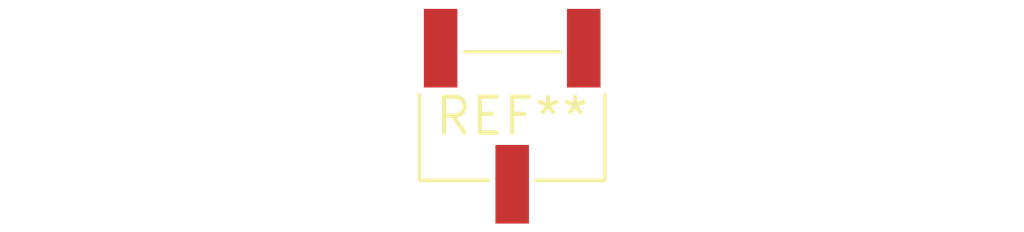
<source format=kicad_pcb>
(kicad_pcb (version 20240108) (generator pcbnew)
  (layers (0 "F.Cu" signal) (31 "B.Cu" signal) (34 "B.Paste" user) (35 "F.Paste" user) (36 "B.SilkS" user "B.Silkscreen") (37 "F.SilkS" user "F.Silkscreen") (38 "B.Mask" user) (39 "F.Mask" user) (44 "Edge.Cuts" user))
  (net 0 "")
  (footprint "Potentiometer_Bourns_3269W_Vertical" (layer "F.Cu") (at 0 0)
    (property "Reference" "REF**")
    (property "Value" "Potentiometer_Bourns_3269W_Vertical")
    (fp_line (start -3.295 -0.779) (end -3.295 2.275) (layer "F.SilkS") (stroke (width 0.12)))
    (fp_line (start -3.295 2.275) (end -0.835 2.275) (layer "F.SilkS") (stroke (width 0.12)))
    (fp_line (start -1.705 -2.285) (end 1.705 -2.285) (layer "F.SilkS") (stroke (width 0.12)))
    (fp_line (start 0.835 2.275) (end 3.295 2.275) (layer "F.SilkS") (stroke (width 0.12)))
    (fp_line (start 3.295 -0.779) (end 3.295 2.275) (layer "F.SilkS") (stroke (width 0.12)))
    (pad "1" smd rect (at 2.54 -2.415) (size 1.19 2.79) (layers "F.Cu" "F.Paste" "F.Mask"))
    (pad "2" smd rect (at 0 2.415) (size 1.19 2.79) (layers "F.Cu" "F.Paste" "F.Mask"))
    (pad "3" smd rect (at -2.54 -2.415) (size 1.19 2.79) (layers "F.Cu" "F.Paste" "F.Mask"))
  )
)
</source>
